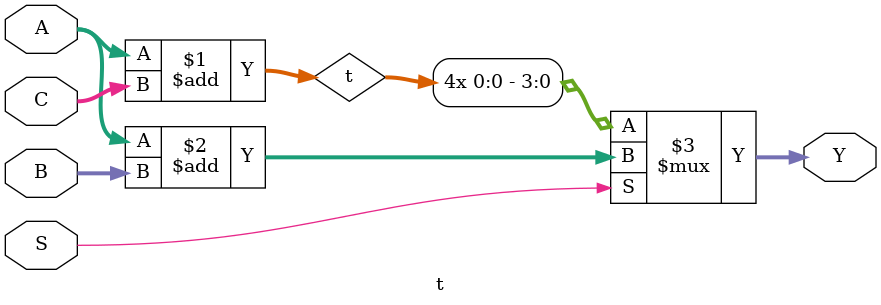
<source format=v>
module t(input [3:0] A, input [3:0] B, input [3:0] C, input S, output [3:0] Y);

wire [3:0] t = A + C;

assign Y = S ? A + B : {4{t[0]}};

endmodule

</source>
